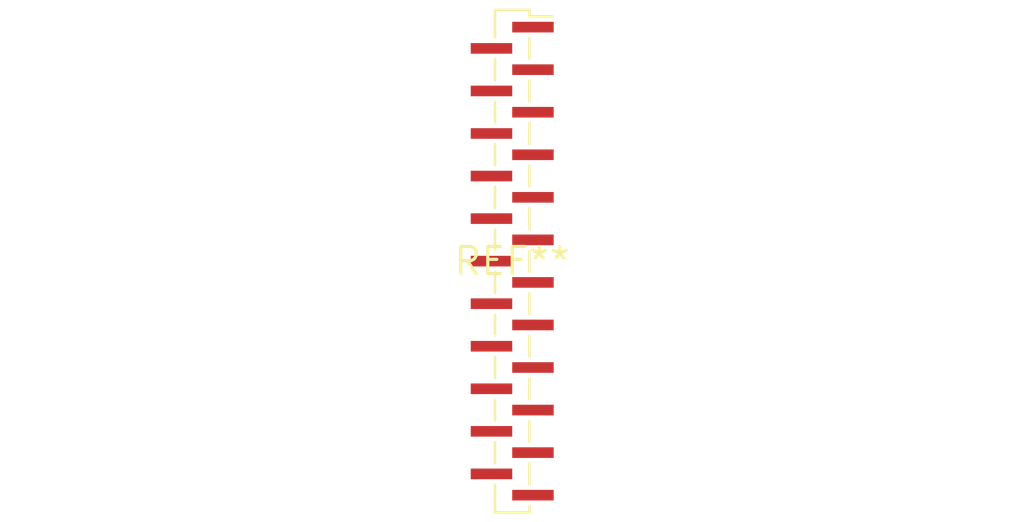
<source format=kicad_pcb>
(kicad_pcb (version 20240108) (generator pcbnew)
  (layers (0 "F.Cu" signal) (31 "B.Cu" signal) (34 "B.Paste" user) (35 "F.Paste" user) (36 "B.SilkS" user "B.Silkscreen") (37 "F.SilkS" user "F.Silkscreen") (38 "B.Mask" user) (39 "F.Mask" user) (44 "Edge.Cuts" user))
  (net 0 "")
  (footprint "PinSocket_1x23_P1.00mm_Vertical_SMD_Pin1Right" (layer "F.Cu") (at 0 0)
    (property "Reference" "REF**")
    (property "Value" "PinSocket_1x23_P1.00mm_Vertical_SMD_Pin1Right")
    (fp_line (start -0.81 -11.81) (end -0.81 -10.51) (layer "F.SilkS") (stroke (width 0.12)))
    (fp_line (start -0.81 -11.81) (end 0.81 -11.81) (layer "F.SilkS") (stroke (width 0.12)))
    (fp_line (start -0.81 -9.49) (end -0.81 -8.51) (layer "F.SilkS") (stroke (width 0.12)))
    (fp_line (start -0.81 -7.49) (end -0.81 -6.51) (layer "F.SilkS") (stroke (width 0.12)))
    (fp_line (start -0.81 -5.49) (end -0.81 -4.51) (layer "F.SilkS") (stroke (width 0.12)))
    (fp_line (start -0.81 -3.49) (end -0.81 -2.51) (layer "F.SilkS") (stroke (width 0.12)))
    (fp_line (start -0.81 -1.49) (end -0.81 -0.51) (layer "F.SilkS") (stroke (width 0.12)))
    (fp_line (start -0.81 0.51) (end -0.81 1.49) (layer "F.SilkS") (stroke (width 0.12)))
    (fp_line (start -0.81 2.51) (end -0.81 3.49) (layer "F.SilkS") (stroke (width 0.12)))
    (fp_line (start -0.81 4.51) (end -0.81 5.49) (layer "F.SilkS") (stroke (width 0.12)))
    (fp_line (start -0.81 6.51) (end -0.81 7.49) (layer "F.SilkS") (stroke (width 0.12)))
    (fp_line (start -0.81 8.51) (end -0.81 9.49) (layer "F.SilkS") (stroke (width 0.12)))
    (fp_line (start -0.81 10.51) (end -0.81 11.81) (layer "F.SilkS") (stroke (width 0.12)))
    (fp_line (start -0.81 11.81) (end 0.81 11.81) (layer "F.SilkS") (stroke (width 0.12)))
    (fp_line (start 0.81 -11.81) (end 0.81 -11.51) (layer "F.SilkS") (stroke (width 0.12)))
    (fp_line (start 0.81 -11.51) (end 1.89 -11.51) (layer "F.SilkS") (stroke (width 0.12)))
    (fp_line (start 0.81 -10.49) (end 0.81 -9.51) (layer "F.SilkS") (stroke (width 0.12)))
    (fp_line (start 0.81 -8.49) (end 0.81 -7.51) (layer "F.SilkS") (stroke (width 0.12)))
    (fp_line (start 0.81 -6.49) (end 0.81 -5.51) (layer "F.SilkS") (stroke (width 0.12)))
    (fp_line (start 0.81 -4.49) (end 0.81 -3.51) (layer "F.SilkS") (stroke (width 0.12)))
    (fp_line (start 0.81 -2.49) (end 0.81 -1.51) (layer "F.SilkS") (stroke (width 0.12)))
    (fp_line (start 0.81 -0.49) (end 0.81 0.49) (layer "F.SilkS") (stroke (width 0.12)))
    (fp_line (start 0.81 1.51) (end 0.81 2.49) (layer "F.SilkS") (stroke (width 0.12)))
    (fp_line (start 0.81 3.51) (end 0.81 4.49) (layer "F.SilkS") (stroke (width 0.12)))
    (fp_line (start 0.81 5.51) (end 0.81 6.49) (layer "F.SilkS") (stroke (width 0.12)))
    (fp_line (start 0.81 7.51) (end 0.81 8.49) (layer "F.SilkS") (stroke (width 0.12)))
    (fp_line (start 0.81 9.51) (end 0.81 10.49) (layer "F.SilkS") (stroke (width 0.12)))
    (fp_line (start 0.81 11.51) (end 0.81 11.81) (layer "F.SilkS") (stroke (width 0.12)))
    (pad "1" smd rect (at 0.975 -11) (size 1.95 0.5) (layers "F.Cu" "F.Paste" "F.Mask"))
    (pad "2" smd rect (at -0.975 -10) (size 1.95 0.5) (layers "F.Cu" "F.Paste" "F.Mask"))
    (pad "3" smd rect (at 0.975 -9) (size 1.95 0.5) (layers "F.Cu" "F.Paste" "F.Mask"))
    (pad "4" smd rect (at -0.975 -8) (size 1.95 0.5) (layers "F.Cu" "F.Paste" "F.Mask"))
    (pad "5" smd rect (at 0.975 -7) (size 1.95 0.5) (layers "F.Cu" "F.Paste" "F.Mask"))
    (pad "6" smd rect (at -0.975 -6) (size 1.95 0.5) (layers "F.Cu" "F.Paste" "F.Mask"))
    (pad "7" smd rect (at 0.975 -5) (size 1.95 0.5) (layers "F.Cu" "F.Paste" "F.Mask"))
    (pad "8" smd rect (at -0.975 -4) (size 1.95 0.5) (layers "F.Cu" "F.Paste" "F.Mask"))
    (pad "9" smd rect (at 0.975 -3) (size 1.95 0.5) (layers "F.Cu" "F.Paste" "F.Mask"))
    (pad "10" smd rect (at -0.975 -2) (size 1.95 0.5) (layers "F.Cu" "F.Paste" "F.Mask"))
    (pad "11" smd rect (at 0.975 -1) (size 1.95 0.5) (layers "F.Cu" "F.Paste" "F.Mask"))
    (pad "12" smd rect (at -0.975 0) (size 1.95 0.5) (layers "F.Cu" "F.Paste" "F.Mask"))
    (pad "13" smd rect (at 0.975 1) (size 1.95 0.5) (layers "F.Cu" "F.Paste" "F.Mask"))
    (pad "14" smd rect (at -0.975 2) (size 1.95 0.5) (layers "F.Cu" "F.Paste" "F.Mask"))
    (pad "15" smd rect (at 0.975 3) (size 1.95 0.5) (layers "F.Cu" "F.Paste" "F.Mask"))
    (pad "16" smd rect (at -0.975 4) (size 1.95 0.5) (layers "F.Cu" "F.Paste" "F.Mask"))
    (pad "17" smd rect (at 0.975 5) (size 1.95 0.5) (layers "F.Cu" "F.Paste" "F.Mask"))
    (pad "18" smd rect (at -0.975 6) (size 1.95 0.5) (layers "F.Cu" "F.Paste" "F.Mask"))
    (pad "19" smd rect (at 0.975 7) (size 1.95 0.5) (layers "F.Cu" "F.Paste" "F.Mask"))
    (pad "20" smd rect (at -0.975 8) (size 1.95 0.5) (layers "F.Cu" "F.Paste" "F.Mask"))
    (pad "21" smd rect (at 0.975 9) (size 1.95 0.5) (layers "F.Cu" "F.Paste" "F.Mask"))
    (pad "22" smd rect (at -0.975 10) (size 1.95 0.5) (layers "F.Cu" "F.Paste" "F.Mask"))
    (pad "23" smd rect (at 0.975 11) (size 1.95 0.5) (layers "F.Cu" "F.Paste" "F.Mask"))
  )
)
</source>
